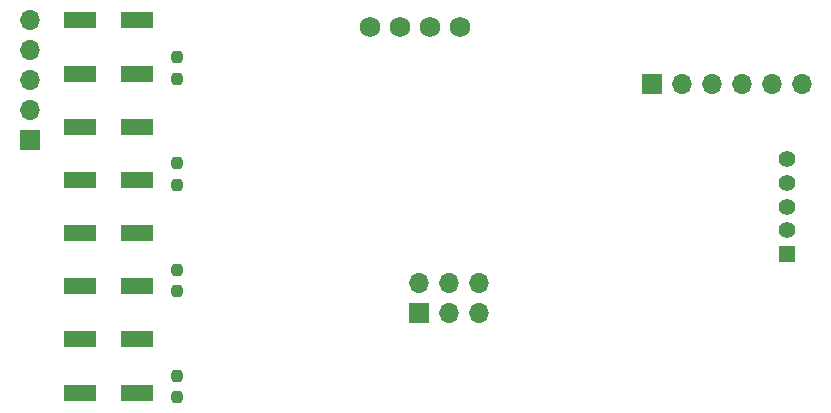
<source format=gbs>
%TF.GenerationSoftware,KiCad,Pcbnew,(6.0.0)*%
%TF.CreationDate,2022-01-24T15:51:04+11:00*%
%TF.ProjectId,Battery Monitor,42617474-6572-4792-904d-6f6e69746f72,rev?*%
%TF.SameCoordinates,Original*%
%TF.FileFunction,Soldermask,Bot*%
%TF.FilePolarity,Negative*%
%FSLAX46Y46*%
G04 Gerber Fmt 4.6, Leading zero omitted, Abs format (unit mm)*
G04 Created by KiCad (PCBNEW (6.0.0)) date 2022-01-24 15:51:04*
%MOMM*%
%LPD*%
G01*
G04 APERTURE LIST*
G04 Aperture macros list*
%AMRoundRect*
0 Rectangle with rounded corners*
0 $1 Rounding radius*
0 $2 $3 $4 $5 $6 $7 $8 $9 X,Y pos of 4 corners*
0 Add a 4 corners polygon primitive as box body*
4,1,4,$2,$3,$4,$5,$6,$7,$8,$9,$2,$3,0*
0 Add four circle primitives for the rounded corners*
1,1,$1+$1,$2,$3*
1,1,$1+$1,$4,$5*
1,1,$1+$1,$6,$7*
1,1,$1+$1,$8,$9*
0 Add four rect primitives between the rounded corners*
20,1,$1+$1,$2,$3,$4,$5,0*
20,1,$1+$1,$4,$5,$6,$7,0*
20,1,$1+$1,$6,$7,$8,$9,0*
20,1,$1+$1,$8,$9,$2,$3,0*%
G04 Aperture macros list end*
%ADD10C,1.400000*%
%ADD11R,1.400000X1.400000*%
%ADD12R,1.700000X1.700000*%
%ADD13O,1.700000X1.700000*%
%ADD14R,2.785000X1.400000*%
%ADD15RoundRect,0.237500X-0.237500X0.250000X-0.237500X-0.250000X0.237500X-0.250000X0.237500X0.250000X0*%
%ADD16C,1.750000*%
G04 APERTURE END LIST*
D10*
X196450000Y-98500000D03*
X196450000Y-100500000D03*
X196450000Y-102500000D03*
X196450000Y-104500000D03*
D11*
X196450000Y-106500000D03*
D12*
X165325000Y-111525000D03*
D13*
X165325000Y-108985000D03*
X167865000Y-111525000D03*
X167865000Y-108985000D03*
X170405000Y-111525000D03*
X170405000Y-108985000D03*
D12*
X132350000Y-96870000D03*
D13*
X132350000Y-94330000D03*
X132350000Y-91790000D03*
X132350000Y-89250000D03*
X132350000Y-86710000D03*
D12*
X185000000Y-92125000D03*
D13*
X187540000Y-92125000D03*
X190080000Y-92125000D03*
X192620000Y-92125000D03*
X195160000Y-92125000D03*
X197700000Y-92125000D03*
D14*
X141408000Y-109250000D03*
X136592000Y-109250000D03*
X141408000Y-104750000D03*
X136592000Y-104750000D03*
D15*
X144850000Y-98837500D03*
X144850000Y-100662500D03*
X144850000Y-89837500D03*
X144850000Y-91662500D03*
D16*
X168810000Y-87260000D03*
X166270000Y-87260000D03*
X163730000Y-87260000D03*
X161190000Y-87260000D03*
D14*
X141408000Y-100250000D03*
X136592000Y-100250000D03*
X141408000Y-95750000D03*
X136592000Y-95750000D03*
D15*
X144850000Y-116837500D03*
X144850000Y-118662500D03*
D14*
X141408000Y-118250000D03*
X136592000Y-118250000D03*
X141408000Y-113750000D03*
X136592000Y-113750000D03*
D15*
X144850000Y-107837500D03*
X144850000Y-109662500D03*
D14*
X141408000Y-91250000D03*
X136592000Y-91250000D03*
X141408000Y-86750000D03*
X136592000Y-86750000D03*
M02*

</source>
